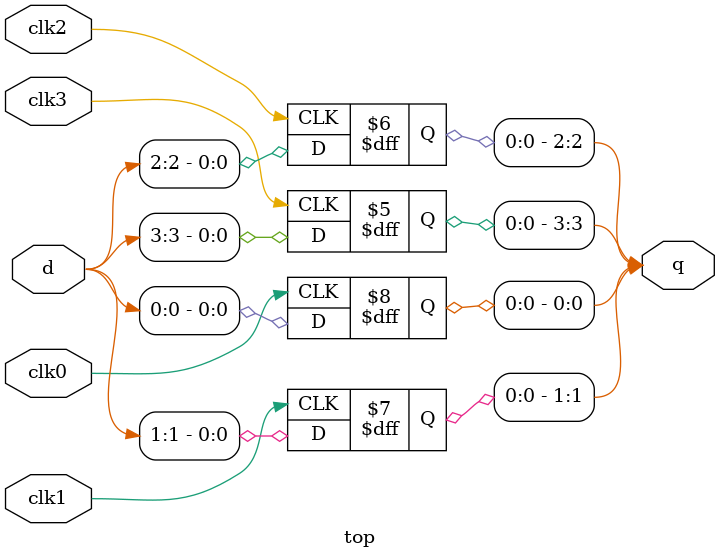
<source format=v>
module top (
    input  wire clk0,
    input  wire clk1,
    (* clkbuf_inhibit *)
    input  wire clk2,
    (* clkbuf_inhibit *)
    input  wire clk3,

    input  wire [3:0] d,
    output reg  [3:0] q
);

    always @(posedge clk0)
        q[0] <= d[0];
    always @(posedge clk1)
        q[1] <= d[1];
    always @(posedge clk2)
        q[2] <= d[2];
    always @(posedge clk3)
        q[3] <= d[3];

endmodule

</source>
